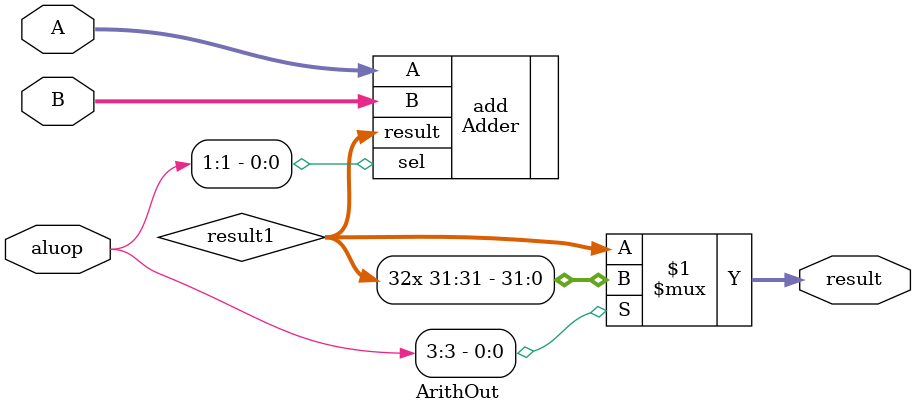
<source format=v>
`timescale 1ns / 1ps


module ArithOut(
    input [31:0] A, B,
    input [3:0] aluop,
    output [31:0] result
    );
    wire [31:0] result1;
    Adder add (.A(A), .B(B), .sel(aluop[1]), .result(result1));
    assign result = (aluop[3]) ? {32{result1[31]}} : result1;                       //判断ALU最高位为1, 输出比较结果(符号位)，需要扩展到32位， 否则，输出计算结果
endmodule

</source>
